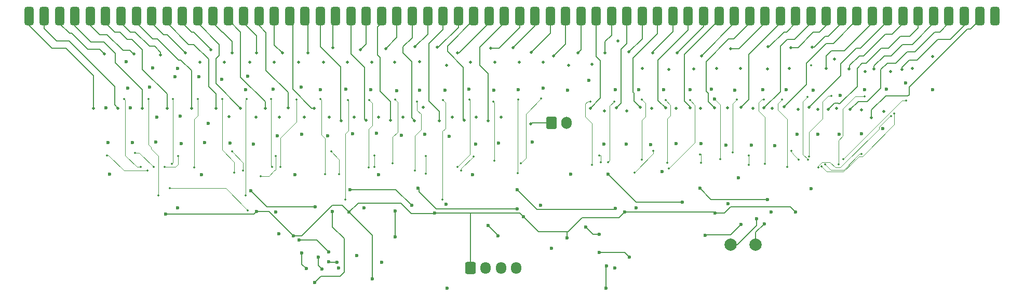
<source format=gbr>
%TF.GenerationSoftware,KiCad,Pcbnew,8.0.2*%
%TF.CreationDate,2024-05-31T12:09:55-04:00*%
%TF.ProjectId,kathodeDriver,6b617468-6f64-4654-9472-697665722e6b,rev?*%
%TF.SameCoordinates,Original*%
%TF.FileFunction,Copper,L3,Inr*%
%TF.FilePolarity,Positive*%
%FSLAX46Y46*%
G04 Gerber Fmt 4.6, Leading zero omitted, Abs format (unit mm)*
G04 Created by KiCad (PCBNEW 8.0.2) date 2024-05-31 12:09:55*
%MOMM*%
%LPD*%
G01*
G04 APERTURE LIST*
G04 Aperture macros list*
%AMRoundRect*
0 Rectangle with rounded corners*
0 $1 Rounding radius*
0 $2 $3 $4 $5 $6 $7 $8 $9 X,Y pos of 4 corners*
0 Add a 4 corners polygon primitive as box body*
4,1,4,$2,$3,$4,$5,$6,$7,$8,$9,$2,$3,0*
0 Add four circle primitives for the rounded corners*
1,1,$1+$1,$2,$3*
1,1,$1+$1,$4,$5*
1,1,$1+$1,$6,$7*
1,1,$1+$1,$8,$9*
0 Add four rect primitives between the rounded corners*
20,1,$1+$1,$2,$3,$4,$5,0*
20,1,$1+$1,$4,$5,$6,$7,0*
20,1,$1+$1,$6,$7,$8,$9,0*
20,1,$1+$1,$8,$9,$2,$3,0*%
G04 Aperture macros list end*
%TA.AperFunction,ComponentPad*%
%ADD10RoundRect,0.250000X-0.600000X-0.750000X0.600000X-0.750000X0.600000X0.750000X-0.600000X0.750000X0*%
%TD*%
%TA.AperFunction,ComponentPad*%
%ADD11O,1.700000X2.000000*%
%TD*%
%TA.AperFunction,ComponentPad*%
%ADD12RoundRect,0.250000X-0.600000X-0.725000X0.600000X-0.725000X0.600000X0.725000X-0.600000X0.725000X0*%
%TD*%
%TA.AperFunction,ComponentPad*%
%ADD13O,1.700000X1.950000*%
%TD*%
%TA.AperFunction,ComponentPad*%
%ADD14C,2.000000*%
%TD*%
%TA.AperFunction,ComponentPad*%
%ADD15RoundRect,0.375000X0.375000X-1.125000X0.375000X1.125000X-0.375000X1.125000X-0.375000X-1.125000X0*%
%TD*%
%TA.AperFunction,ViaPad*%
%ADD16C,0.600000*%
%TD*%
%TA.AperFunction,ViaPad*%
%ADD17C,0.500000*%
%TD*%
%TA.AperFunction,ViaPad*%
%ADD18C,0.350000*%
%TD*%
%TA.AperFunction,Conductor*%
%ADD19C,0.200000*%
%TD*%
%TA.AperFunction,Conductor*%
%ADD20C,0.100000*%
%TD*%
G04 APERTURE END LIST*
D10*
%TO.N,HT*%
%TO.C,J2*%
X163650000Y-70375000D03*
D11*
%TO.N,GND*%
X166150000Y-70375000D03*
%TD*%
D12*
%TO.N,VCC*%
%TO.C,J1*%
X150450000Y-94075000D03*
D13*
%TO.N,/INPUT_CLK*%
X152950000Y-94075000D03*
%TO.N,/RESET_COUNT*%
X155450000Y-94075000D03*
%TO.N,GND*%
X157950000Y-94075000D03*
%TD*%
D14*
%TO.N,Net-(U11-Cout)*%
%TO.C,TP2*%
X197000000Y-90300000D03*
%TD*%
D15*
%TO.N,/OUT_K0*%
%TO.C,U12*%
X78500000Y-53000000D03*
%TO.N,/OUT_K1*%
X81000000Y-53000000D03*
%TO.N,/OUT_K2*%
X83500000Y-53000000D03*
%TO.N,/OUT_K3*%
X86000000Y-53000000D03*
%TO.N,/OUT_K4*%
X88500000Y-53000000D03*
%TO.N,/OUT_K5*%
X91000000Y-53000000D03*
%TO.N,/OUT_K6*%
X93500000Y-53000000D03*
%TO.N,/OUT_K7*%
X96000000Y-53000000D03*
%TO.N,/OUT_K8*%
X98500000Y-53000000D03*
%TO.N,/OUT_K9*%
X101000000Y-53000000D03*
%TO.N,/OUT_K10*%
X103500000Y-53000000D03*
%TO.N,/OUT_K11*%
X106000000Y-53000000D03*
%TO.N,/OUT_K12*%
X108500000Y-53000000D03*
%TO.N,/OUT_K13*%
X111000000Y-53000000D03*
%TO.N,/OUT_K14*%
X113500000Y-53000000D03*
%TO.N,/OUT_K15*%
X116000000Y-53000000D03*
%TO.N,/OUT_K16*%
X118500000Y-53000000D03*
%TO.N,/OUT_K17*%
X121000000Y-53000000D03*
%TO.N,/OUT_K18*%
X123500000Y-53000000D03*
%TO.N,/OUT_K19*%
X126000000Y-53000000D03*
%TO.N,/OUT_K20*%
X128500000Y-53000000D03*
%TO.N,/OUT_K21*%
X131000000Y-53000000D03*
%TO.N,/OUT_K22*%
X133500000Y-53000000D03*
%TO.N,/OUT_K23*%
X136000000Y-53000000D03*
%TO.N,/OUT_K24*%
X138500000Y-53000000D03*
%TO.N,/OUT_K25*%
X141000000Y-53000000D03*
%TO.N,/OUT_K26*%
X143500000Y-53000000D03*
%TO.N,/OUT_K27*%
X146000000Y-53000000D03*
%TO.N,/OUT_K28*%
X148500000Y-53000000D03*
%TO.N,/OUT_K29*%
X151000000Y-53000000D03*
%TO.N,/OUT_K30*%
X153500000Y-53000000D03*
%TO.N,/OUT_K31*%
X156000000Y-53000000D03*
%TO.N,/OUT_K32*%
X158500000Y-53000000D03*
%TO.N,/OUT_K33*%
X161000000Y-53000000D03*
%TO.N,/OUT_K34*%
X163500000Y-53000000D03*
%TO.N,/OUT_K35*%
X166000000Y-53000000D03*
%TO.N,/OUT_K36*%
X168500000Y-53000000D03*
%TO.N,/OUT_K37*%
X171000000Y-53000000D03*
%TO.N,/OUT_K38*%
X173500000Y-53000000D03*
%TO.N,/OUT_K39*%
X176000000Y-53000000D03*
%TO.N,/OUT_K40*%
X178500000Y-53000000D03*
%TO.N,/OUT_K41*%
X181000000Y-53000000D03*
%TO.N,/OUT_K42*%
X183500000Y-53000000D03*
%TO.N,/OUT_K43*%
X186000000Y-53000000D03*
%TO.N,/OUT_K44*%
X188500000Y-53000000D03*
%TO.N,/OUT_K45*%
X191000000Y-53000000D03*
%TO.N,/OUT_K46*%
X193500000Y-53000000D03*
%TO.N,/OUT_K47*%
X196000000Y-53000000D03*
%TO.N,/OUT_K48*%
X198500000Y-53000000D03*
%TO.N,/OUT_K49*%
X201000000Y-53000000D03*
%TO.N,/OUT_K50*%
X203500000Y-53000000D03*
%TO.N,/OUT_K51*%
X206000000Y-53000000D03*
%TO.N,/OUT_K52*%
X208500000Y-53000000D03*
%TO.N,/OUT_K53*%
X211000000Y-53000000D03*
%TO.N,/OUT_K54*%
X213500000Y-53000000D03*
%TO.N,/OUT_K55*%
X216000000Y-53000000D03*
%TO.N,/OUT_K56*%
X218500000Y-53000000D03*
%TO.N,/OUT_K57*%
X221000000Y-53000000D03*
%TO.N,/OUT_K58*%
X223500000Y-53000000D03*
%TO.N,/OUT_K59*%
X226000000Y-53000000D03*
%TO.N,/OUT_K60*%
X228500000Y-53000000D03*
%TO.N,/OUT_K61*%
X231000000Y-53000000D03*
%TO.N,/OUT_K62*%
X233500000Y-53000000D03*
%TO.N,/OUT_K63*%
X236000000Y-53000000D03*
%TD*%
D14*
%TO.N,Net-(U11-Q9)*%
%TO.C,TP1*%
X192900000Y-90300000D03*
%TD*%
D16*
%TO.N,GND*%
X109922757Y-63324901D03*
X114200000Y-62800000D03*
X94600000Y-64700000D03*
X135500000Y-78900000D03*
X131300000Y-72200000D03*
X115100000Y-73900000D03*
X181700000Y-78400000D03*
X91400000Y-73600000D03*
X99200000Y-73500000D03*
X201919127Y-65025000D03*
X181970724Y-65025000D03*
X210800000Y-65888239D03*
X106600000Y-78900000D03*
X218300000Y-64900000D03*
X102700000Y-84300000D03*
X162339736Y-64775000D03*
X189800000Y-64900000D03*
X193582134Y-65056554D03*
X118300000Y-64900000D03*
X221413603Y-63913603D03*
X139200000Y-72400000D03*
X118700000Y-85000000D03*
X163700000Y-90900000D03*
X174145404Y-65025000D03*
X123000000Y-72300000D03*
X111300000Y-73700000D03*
X200100000Y-74100000D03*
X134200000Y-65025000D03*
X166800000Y-78800000D03*
X146700000Y-97400000D03*
X129000000Y-94100000D03*
X160600000Y-73500000D03*
X198191068Y-65025000D03*
X121900000Y-78900000D03*
X206404629Y-65090895D03*
X150200000Y-64900000D03*
X106200000Y-62900000D03*
X103300000Y-73800000D03*
X142200000Y-65100000D03*
X127200000Y-72500000D03*
X95400000Y-73600000D03*
X147000000Y-72600000D03*
X155073583Y-73679958D03*
X169800000Y-63500000D03*
X119000000Y-72500000D03*
X214200000Y-72200000D03*
X119200000Y-88500000D03*
X186293505Y-65030477D03*
X172200000Y-73900000D03*
X188100000Y-73800000D03*
X146500000Y-83700000D03*
X177917120Y-65025000D03*
X166312529Y-65033692D03*
X206000000Y-81200000D03*
X203700000Y-72300000D03*
X158300000Y-65000000D03*
X194200000Y-79400000D03*
X207100000Y-72300000D03*
X199500000Y-85000000D03*
X143000000Y-72300000D03*
X98200000Y-64600000D03*
X177500000Y-84300000D03*
X113813547Y-65025000D03*
X175900000Y-73900000D03*
X130200000Y-64900000D03*
X192100000Y-74025000D03*
X210600000Y-72300000D03*
X225842728Y-65025000D03*
X174000000Y-94100000D03*
X150800000Y-78900000D03*
X126000000Y-65025000D03*
X214729335Y-65000000D03*
X192500000Y-83600000D03*
X146300000Y-65100000D03*
X131900000Y-92100000D03*
X133100000Y-84300000D03*
X138448713Y-65166238D03*
X179826014Y-73951519D03*
X107100000Y-73600000D03*
X135200000Y-72100000D03*
X196254356Y-74041989D03*
X217700000Y-71300000D03*
X91600000Y-78800000D03*
X161900000Y-83900000D03*
X136000000Y-93200006D03*
X102300000Y-62900000D03*
X154309111Y-65081045D03*
X184000000Y-73800000D03*
X151300000Y-73900000D03*
X122900000Y-64600000D03*
%TO.N,VCC*%
X100800000Y-85300000D03*
X115600000Y-84900000D03*
X190400000Y-85100000D03*
X159100000Y-85700000D03*
X134500000Y-95875000D03*
X121600000Y-88900000D03*
X144600000Y-85100000D03*
X203500000Y-85000000D03*
X175600000Y-85000000D03*
X130700000Y-85000000D03*
X166200000Y-89200000D03*
D17*
%TO.N,HT*%
X222549999Y-61505029D03*
X192400000Y-67971458D03*
D16*
X107699999Y-70523473D03*
D17*
X110337567Y-60487644D03*
X131500000Y-69500000D03*
X214871225Y-62041166D03*
D16*
X94375000Y-60376262D03*
D17*
X151425216Y-69497907D03*
X225849189Y-59548729D03*
D16*
X98698699Y-61402091D03*
D17*
X139500000Y-69500000D03*
X182856202Y-61665141D03*
X210152579Y-68049504D03*
X203885251Y-68194528D03*
X202500000Y-61500000D03*
X214200000Y-68300000D03*
X134425216Y-60497907D03*
X172325348Y-68495877D03*
X130425216Y-60497907D03*
X154500000Y-60500000D03*
X158412693Y-60496621D03*
X147500000Y-69500000D03*
X190599859Y-61503997D03*
X199700000Y-68000000D03*
X188000000Y-68000000D03*
X119337567Y-69487644D03*
X122500000Y-60500000D03*
X209866866Y-59988781D03*
D16*
X99375123Y-69492576D03*
D17*
X194499999Y-61557066D03*
X186883247Y-61621501D03*
D18*
X206000000Y-61000000D03*
D17*
X111113563Y-69370943D03*
D16*
X103146954Y-69333521D03*
D17*
X196500000Y-68000000D03*
X115500000Y-69500000D03*
X150462500Y-60496624D03*
D16*
X91070172Y-67976344D03*
D17*
X184000000Y-68000000D03*
X135500000Y-69500000D03*
X142225960Y-60446456D03*
D16*
X102699999Y-61523473D03*
D17*
X160300000Y-70600000D03*
X198883247Y-61621501D03*
X126500000Y-60500000D03*
X219000000Y-62000000D03*
D16*
X95050000Y-67994570D03*
D17*
X176000000Y-68500000D03*
X178500000Y-61500000D03*
X207100000Y-68200000D03*
X123425216Y-69497907D03*
X166500000Y-61000000D03*
X114500000Y-60500000D03*
X170324170Y-60854562D03*
X142806534Y-67899487D03*
X174500000Y-57000000D03*
X127425216Y-69497907D03*
X146562509Y-60979707D03*
X162325000Y-60469494D03*
X217885529Y-68583099D03*
X106383247Y-60536496D03*
X155500000Y-69500000D03*
X180000000Y-68000000D03*
X118500000Y-60500000D03*
X138100216Y-60497907D03*
D16*
%TO.N,Net-(JP1-A)*%
X194600000Y-87000000D03*
X188775000Y-88775000D03*
D18*
%TO.N,/K0*%
X114200000Y-84700000D03*
X97800000Y-78200000D03*
X101500000Y-81100000D03*
X91200000Y-75700000D03*
%TO.N,/K8*%
X105400000Y-77700000D03*
X106000000Y-66500000D03*
%TO.N,/K16*%
X119500000Y-77600000D03*
X122100000Y-66600000D03*
%TO.N,/K24*%
X138200000Y-66600000D03*
X137800000Y-77000000D03*
%TO.N,/K32*%
X154400000Y-76600000D03*
X154200000Y-66900000D03*
%TO.N,/K40*%
X178400000Y-76400000D03*
X178400000Y-66600000D03*
%TO.N,/K48*%
X193900000Y-66600000D03*
X193200000Y-75200000D03*
D17*
%TO.N,/OUT_K0*%
X89000000Y-68000000D03*
%TO.N,/OUT_K8*%
X104008395Y-58986902D03*
%TO.N,/OUT_K16*%
X119792522Y-59000000D03*
%TO.N,/OUT_K24*%
X136652683Y-58320476D03*
%TO.N,/OUT_K32*%
X153820153Y-58175000D03*
%TO.N,/OUT_K40*%
X176328196Y-58834042D03*
%TO.N,/OUT_K48*%
X192899696Y-58305768D03*
%TO.N,/OUT_K56*%
X205700000Y-67833630D03*
D18*
%TO.N,/K1*%
X95800000Y-75300000D03*
X98800000Y-77600000D03*
%TO.N,/K9*%
X113400000Y-78200000D03*
X111600000Y-75100000D03*
%TO.N,/K17*%
X127800000Y-75100000D03*
X129100000Y-78800000D03*
%TO.N,/K25*%
X143200000Y-78700000D03*
X143200000Y-75800000D03*
%TO.N,/K33*%
X158200000Y-78600000D03*
X158300000Y-66600000D03*
%TO.N,/K41*%
X180300000Y-75000000D03*
X177200000Y-78500000D03*
%TO.N,/K49*%
X195900000Y-75700000D03*
X195900000Y-77300000D03*
%TO.N,/K57*%
X210500000Y-77200000D03*
X214753984Y-66125000D03*
D17*
%TO.N,/OUT_K1*%
X93000000Y-68000000D03*
%TO.N,/OUT_K9*%
X109000000Y-68000000D03*
%TO.N,/OUT_K17*%
X125000000Y-68000000D03*
%TO.N,/OUT_K25*%
X141367130Y-70043561D03*
%TO.N,/OUT_K33*%
X157453455Y-58097780D03*
%TO.N,/OUT_K41*%
X178171658Y-67901822D03*
%TO.N,/OUT_K49*%
X194597356Y-67835001D03*
%TO.N,/OUT_K57*%
X212171225Y-61584428D03*
D18*
%TO.N,/K2*%
X94000000Y-66500000D03*
X96700000Y-77600000D03*
%TO.N,/K10*%
X110000000Y-66500000D03*
X112000000Y-78500000D03*
%TO.N,/K18*%
X126800000Y-78800000D03*
X126000000Y-66500000D03*
%TO.N,/K26*%
X141400000Y-78200000D03*
X141800000Y-66900000D03*
%TO.N,/K34*%
X158700004Y-77000000D03*
X162014124Y-66414124D03*
%TO.N,/K42*%
X182300000Y-66700000D03*
X182600000Y-76900000D03*
%TO.N,/K50*%
X198500000Y-77100000D03*
X198300000Y-66600000D03*
D17*
%TO.N,/OUT_K2*%
X90778711Y-59167978D03*
%TO.N,/OUT_K10*%
X108150000Y-58484871D03*
%TO.N,/OUT_K18*%
X124000000Y-59000000D03*
%TO.N,/OUT_K26*%
X141416240Y-57992950D03*
%TO.N,/OUT_K34*%
X160366349Y-58930165D03*
%TO.N,/OUT_K42*%
X180175000Y-59000000D03*
%TO.N,/OUT_K50*%
X199000000Y-58000000D03*
%TO.N,/OUT_K58*%
X208800000Y-68200000D03*
D18*
%TO.N,/K59*%
X219100000Y-69300000D03*
X207200000Y-77700000D03*
D17*
%TO.N,/OUT_K3*%
X97000000Y-68000000D03*
%TO.N,/OUT_K11*%
X113000000Y-68000000D03*
%TO.N,/OUT_K19*%
X129367130Y-70043561D03*
%TO.N,/OUT_K27*%
X145367130Y-70043561D03*
%TO.N,/OUT_K35*%
X164000000Y-59500000D03*
%TO.N,/OUT_K43*%
X182276113Y-67936156D03*
%TO.N,/OUT_K51*%
X198346658Y-67975303D03*
%TO.N,/OUT_K59*%
X216300000Y-61584428D03*
D18*
%TO.N,/K4*%
X99600000Y-82300000D03*
X98000000Y-66500000D03*
%TO.N,/K12*%
X113800000Y-82259544D03*
X114000000Y-66500000D03*
%TO.N,/K20*%
X130100000Y-82900000D03*
X130500000Y-66700000D03*
%TO.N,/K28*%
X146000000Y-66700000D03*
X145900000Y-82900000D03*
%TO.N,/K36*%
X170300000Y-77300000D03*
X170000000Y-66900000D03*
%TO.N,/K44*%
X186300000Y-66700000D03*
X182800000Y-77900000D03*
%TO.N,/K52*%
X201300000Y-66600000D03*
X202100000Y-77600000D03*
D17*
%TO.N,/OUT_K4*%
X95625000Y-59167978D03*
%TO.N,/OUT_K12*%
X111655033Y-58949928D03*
%TO.N,/OUT_K20*%
X128033578Y-58106269D03*
%TO.N,/OUT_K28*%
X145045405Y-58045405D03*
%TO.N,/OUT_K36*%
X168000000Y-59000000D03*
%TO.N,/OUT_K44*%
X184163524Y-58995493D03*
%TO.N,/OUT_K52*%
X202680421Y-58132922D03*
%TO.N,/OUT_K60*%
X212376925Y-68209241D03*
D18*
%TO.N,/K5*%
X102800000Y-75800000D03*
X100600000Y-77600000D03*
%TO.N,/K13*%
X118700000Y-75800000D03*
X116300000Y-79100000D03*
%TO.N,/K21*%
X134800000Y-75700000D03*
X134800000Y-77600000D03*
%TO.N,/K29*%
X149000000Y-78200000D03*
X151000000Y-75900000D03*
%TO.N,/K37*%
X171500000Y-75700000D03*
X171700000Y-76800000D03*
%TO.N,/K45*%
X188100000Y-76900000D03*
X187900000Y-75600000D03*
%TO.N,/K53*%
X205500000Y-76425000D03*
X205400000Y-66200000D03*
%TO.N,/K61*%
X211300000Y-76300000D03*
X221500000Y-66800000D03*
D17*
%TO.N,/OUT_K5*%
X101000000Y-68000000D03*
%TO.N,/OUT_K13*%
X117000000Y-68000000D03*
%TO.N,/OUT_K21*%
X133444585Y-70019648D03*
%TO.N,/OUT_K29*%
X149444585Y-70019648D03*
%TO.N,/OUT_K37*%
X170000000Y-68000000D03*
%TO.N,/OUT_K45*%
X186276113Y-67936156D03*
%TO.N,/OUT_K53*%
X206184252Y-58050000D03*
%TO.N,/OUT_K61*%
X220820325Y-61699665D03*
D18*
%TO.N,/K6*%
X101800000Y-77100000D03*
X102000000Y-66500000D03*
%TO.N,/K14*%
X118100000Y-77600000D03*
X118000000Y-66500000D03*
%TO.N,/K22*%
X133900000Y-77700000D03*
X134000000Y-66700000D03*
%TO.N,/K30*%
X148400000Y-77600000D03*
X150300000Y-66600000D03*
%TO.N,/K38*%
X172900000Y-76800000D03*
X173900000Y-66900000D03*
%TO.N,/K54*%
X203968826Y-76425000D03*
X202825000Y-74937500D03*
%TO.N,/K62*%
X214200000Y-75500000D03*
X208300000Y-77200000D03*
D17*
%TO.N,/OUT_K6*%
X99941561Y-59345842D03*
%TO.N,/OUT_K14*%
X115577326Y-58972850D03*
%TO.N,/OUT_K22*%
X132500000Y-58500000D03*
%TO.N,/OUT_K30*%
X148405185Y-59004005D03*
%TO.N,/OUT_K38*%
X172446658Y-58975303D03*
%TO.N,/OUT_K46*%
X188150267Y-59499488D03*
%TO.N,/OUT_K54*%
X201600000Y-67800000D03*
%TO.N,/OUT_K62*%
X215868750Y-69531250D03*
D18*
%TO.N,/K55*%
X209300000Y-66000000D03*
X205700000Y-75900000D03*
%TO.N,/K63*%
X219600000Y-68900000D03*
X207700000Y-77500000D03*
D17*
%TO.N,/OUT_K7*%
X105000000Y-68000000D03*
%TO.N,/OUT_K15*%
X120731901Y-67926376D03*
%TO.N,/OUT_K23*%
X137444585Y-70019648D03*
%TO.N,/OUT_K31*%
X153367130Y-70043561D03*
%TO.N,/OUT_K39*%
X174276113Y-67936156D03*
%TO.N,/OUT_K55*%
X208500000Y-61500000D03*
D16*
%TO.N,Net-(U11-Q9)*%
X197095000Y-86087500D03*
%TO.N,Net-(U11-Cout)*%
X198400000Y-86900000D03*
%TO.N,Net-(U2-Reset)*%
X127400000Y-93100000D03*
X128700000Y-93200000D03*
%TO.N,Net-(U5-CLK)*%
X123000000Y-91700000D03*
X123700000Y-94200000D03*
%TO.N,/CLK*%
X122519683Y-89550000D03*
X172600000Y-97400000D03*
X127350000Y-91500000D03*
X172640000Y-93800000D03*
%TO.N,Net-(U7-CKEN)*%
X138200000Y-84800000D03*
X138200000Y-89000000D03*
%TO.N,Net-(U5-CKEN)*%
X125700000Y-92300000D03*
X126259620Y-94250000D03*
%TO.N,Net-(U6-CLK)*%
X125100000Y-96500000D03*
X128000000Y-84900000D03*
%TO.N,Net-(U9-CKEN)*%
X171500000Y-88600000D03*
X169300000Y-87400000D03*
%TO.N,Net-(U8-CKEN)*%
X155000000Y-88900000D03*
X153400000Y-87200000D03*
%TO.N,Net-(U11-CLK)*%
X176359620Y-92359620D03*
X171500000Y-91600000D03*
%TO.N,Net-(U5-Q0)*%
X125200000Y-84100000D03*
X114700000Y-81500000D03*
%TO.N,Net-(U6-Q0)*%
X130800000Y-81300000D03*
X140900000Y-83900000D03*
%TO.N,Net-(U7-Q0)*%
X141900000Y-81100000D03*
X158100544Y-84450000D03*
%TO.N,Net-(U8-Q0)*%
X158100000Y-81325000D03*
X174100000Y-84400000D03*
D18*
%TO.N,/K46*%
X191235876Y-76364124D03*
D16*
X190300000Y-66500000D03*
%TO.N,Net-(U10-Reset)*%
X172900000Y-78800000D03*
X185000000Y-83400000D03*
%TO.N,Net-(U10-Q0)*%
X187900000Y-81100000D03*
X198900000Y-82900000D03*
D17*
%TO.N,/OUT_K47*%
X190276113Y-67936156D03*
%TD*%
D19*
%TO.N,VCC*%
X161600000Y-88200000D02*
X159100000Y-85700000D01*
X123000000Y-88900000D02*
X128000000Y-83900000D01*
X130700000Y-85000000D02*
X132200000Y-83500000D01*
X121600000Y-88900000D02*
X123000000Y-88900000D01*
X191919239Y-85100000D02*
X190400000Y-85100000D01*
X117600000Y-84900000D02*
X115600000Y-84900000D01*
X168700000Y-85900000D02*
X174700000Y-85900000D01*
X139132231Y-83500000D02*
X140832231Y-85200000D01*
X121600000Y-88900000D02*
X117600000Y-84900000D01*
X166200000Y-88200000D02*
X161600000Y-88200000D01*
X132200000Y-83500000D02*
X139132231Y-83500000D01*
X166400000Y-88200000D02*
X168700000Y-85900000D01*
X150450000Y-85150000D02*
X150500000Y-85100000D01*
X174700000Y-85900000D02*
X175600000Y-85000000D01*
X100800000Y-85300000D02*
X115200000Y-85300000D01*
X144500000Y-85200000D02*
X144600000Y-85100000D01*
X134500000Y-88800000D02*
X130700000Y-85000000D01*
X166400000Y-88200000D02*
X166200000Y-88200000D01*
X192919239Y-84100000D02*
X191919239Y-85100000D01*
X144600000Y-85100000D02*
X150500000Y-85100000D01*
X150500000Y-85100000D02*
X158500000Y-85100000D01*
X158500000Y-85100000D02*
X159100000Y-85700000D01*
X203500000Y-85000000D02*
X202600000Y-84100000D01*
X166200000Y-89200000D02*
X166200000Y-88200000D01*
X140832231Y-85200000D02*
X144500000Y-85200000D01*
X190300000Y-85000000D02*
X190400000Y-85100000D01*
X128000000Y-83900000D02*
X129600000Y-83900000D01*
X134500000Y-95875000D02*
X134500000Y-88800000D01*
X129600000Y-83900000D02*
X130700000Y-85000000D01*
X175600000Y-85000000D02*
X190300000Y-85000000D01*
X202600000Y-84100000D02*
X192919239Y-84100000D01*
X150450000Y-94075000D02*
X150450000Y-85150000D01*
X115200000Y-85300000D02*
X115600000Y-84900000D01*
%TO.N,HT*%
X160525000Y-70375000D02*
X163650000Y-70375000D01*
X160300000Y-70600000D02*
X160525000Y-70375000D01*
%TO.N,Net-(JP1-A)*%
X192900000Y-88700000D02*
X188850000Y-88700000D01*
X188850000Y-88700000D02*
X188775000Y-88775000D01*
X194600000Y-87000000D02*
X192900000Y-88700000D01*
D20*
%TO.N,/K0*%
X94000000Y-78200000D02*
X91500000Y-75700000D01*
X97800000Y-78200000D02*
X94000000Y-78200000D01*
X101500000Y-81100000D02*
X110600000Y-81100000D01*
X91500000Y-75700000D02*
X91200000Y-75700000D01*
X110600000Y-81100000D02*
X114200000Y-84700000D01*
%TO.N,/K8*%
X106000000Y-69200000D02*
X106000000Y-66500000D01*
X105400000Y-77700000D02*
X105400000Y-69800000D01*
X105400000Y-69800000D02*
X106000000Y-69200000D01*
%TO.N,/K16*%
X119500000Y-72848529D02*
X122100000Y-70248529D01*
X122100000Y-70248529D02*
X122100000Y-66600000D01*
X119500000Y-77600000D02*
X119500000Y-72848529D01*
%TO.N,/K24*%
X138600000Y-67000000D02*
X138200000Y-66600000D01*
X137800000Y-77000000D02*
X137800000Y-72700000D01*
X138600000Y-71900000D02*
X138600000Y-67000000D01*
X137800000Y-72700000D02*
X138600000Y-71900000D01*
%TO.N,/K32*%
X154400000Y-67100000D02*
X154200000Y-66900000D01*
X154400000Y-76600000D02*
X154400000Y-67100000D01*
%TO.N,/K40*%
X178400000Y-76400000D02*
X178400000Y-70000000D01*
X178400000Y-70000000D02*
X179000000Y-69400000D01*
X179000000Y-67200000D02*
X178400000Y-66600000D01*
X179000000Y-69400000D02*
X179000000Y-67200000D01*
%TO.N,/K48*%
X193200000Y-75200000D02*
X193200000Y-67300000D01*
X193200000Y-67300000D02*
X193900000Y-66600000D01*
D19*
%TO.N,/OUT_K0*%
X89000000Y-68000000D02*
X89000000Y-62697056D01*
X82200000Y-58200000D02*
X78500000Y-54500000D01*
X84502944Y-58200000D02*
X82200000Y-58200000D01*
X78500000Y-54500000D02*
X78500000Y-53600000D01*
X89000000Y-62697056D02*
X84502944Y-58200000D01*
%TO.N,/OUT_K8*%
X103986902Y-58986902D02*
X104008395Y-58986902D01*
X99965840Y-55516870D02*
X100448970Y-56000000D01*
X99930904Y-55516870D02*
X99965840Y-55516870D01*
X98500000Y-53600000D02*
X98500000Y-54085966D01*
X101000000Y-56000000D02*
X103986902Y-58986902D01*
X98500000Y-54085966D02*
X99930904Y-55516870D01*
X100448970Y-56000000D02*
X101000000Y-56000000D01*
%TO.N,/OUT_K16*%
X118500000Y-57707478D02*
X119792522Y-59000000D01*
X118500000Y-53600000D02*
X118500000Y-57707478D01*
%TO.N,/OUT_K24*%
X138500000Y-56473159D02*
X138500000Y-53600000D01*
X136652683Y-58320476D02*
X138500000Y-56473159D01*
%TO.N,/OUT_K32*%
X155127944Y-58175000D02*
X158500000Y-54802944D01*
X158500000Y-54802944D02*
X158500000Y-53600000D01*
X153820153Y-58175000D02*
X155127944Y-58175000D01*
%TO.N,/OUT_K40*%
X176328196Y-58834042D02*
X178500000Y-56662238D01*
X178500000Y-56662238D02*
X178500000Y-53600000D01*
%TO.N,/OUT_K48*%
X192899696Y-58305768D02*
X194280198Y-58305768D01*
X198500000Y-54085966D02*
X198500000Y-53600000D01*
X194280198Y-58305768D02*
X198500000Y-54085966D01*
%TO.N,/OUT_K56*%
X218500000Y-53600000D02*
X218500000Y-53802587D01*
X218500000Y-53802587D02*
X214052587Y-58250000D01*
X210821225Y-60787865D02*
X210821225Y-62712405D01*
X210821225Y-62712405D02*
X205700000Y-67833630D01*
X213359090Y-58250000D02*
X210821225Y-60787865D01*
X214052587Y-58250000D02*
X213359090Y-58250000D01*
D20*
%TO.N,/K1*%
X96500000Y-75300000D02*
X95800000Y-75300000D01*
X98800000Y-77600000D02*
X96500000Y-75300000D01*
%TO.N,/K9*%
X113400000Y-78200000D02*
X113400000Y-76900000D01*
X113400000Y-76900000D02*
X111600000Y-75100000D01*
%TO.N,/K17*%
X129100000Y-76400000D02*
X127800000Y-75100000D01*
X129100000Y-78800000D02*
X129100000Y-76400000D01*
%TO.N,/K25*%
X143200000Y-78700000D02*
X143200000Y-75800000D01*
%TO.N,/K33*%
X158200000Y-66700000D02*
X158300000Y-66600000D01*
X158200000Y-78600000D02*
X158200000Y-66700000D01*
%TO.N,/K41*%
X180300000Y-75400000D02*
X180300000Y-75000000D01*
X177200000Y-78500000D02*
X180300000Y-75400000D01*
%TO.N,/K49*%
X195900000Y-77300000D02*
X195900000Y-75700000D01*
X195800000Y-75600000D02*
X195900000Y-75700000D01*
%TO.N,/K57*%
X211200000Y-68133454D02*
X211200000Y-72548529D01*
X211200000Y-72548529D02*
X210500000Y-73248529D01*
X214753984Y-66125000D02*
X213208454Y-66125000D01*
X210500000Y-73248529D02*
X210500000Y-77200000D01*
X213208454Y-66125000D02*
X211200000Y-68133454D01*
D19*
%TO.N,/OUT_K1*%
X83000000Y-57000000D02*
X81000000Y-55000000D01*
X93000000Y-68000000D02*
X92470172Y-67470172D01*
X81000000Y-55000000D02*
X81000000Y-53600000D01*
X92470172Y-64470172D02*
X85000000Y-57000000D01*
X92470172Y-67470172D02*
X92470172Y-64470172D01*
X85000000Y-57000000D02*
X83000000Y-57000000D01*
%TO.N,/OUT_K9*%
X109000000Y-65697056D02*
X107775216Y-64472272D01*
X109000000Y-68000000D02*
X109000000Y-65697056D01*
X104546091Y-57636902D02*
X101000000Y-54090811D01*
X101000000Y-54090811D02*
X101000000Y-53600000D01*
X105392842Y-57636902D02*
X104546091Y-57636902D01*
X107775216Y-64472272D02*
X107775216Y-60019276D01*
X107775216Y-60019276D02*
X105392842Y-57636902D01*
%TO.N,/OUT_K17*%
X124596016Y-68000000D02*
X121517379Y-64921363D01*
X125000000Y-68000000D02*
X124596016Y-68000000D01*
X121517379Y-64921363D02*
X121517379Y-54117379D01*
X121517379Y-54117379D02*
X121000000Y-53600000D01*
%TO.N,/OUT_K25*%
X141000000Y-56500000D02*
X141000000Y-53600000D01*
X139500000Y-58000000D02*
X141000000Y-56500000D01*
X140875960Y-69552391D02*
X140875960Y-60375960D01*
X141367130Y-70043561D02*
X140875960Y-69552391D01*
X139500000Y-59000000D02*
X139500000Y-58000000D01*
X140875960Y-60375960D02*
X139500000Y-59000000D01*
%TO.N,/OUT_K33*%
X157453455Y-58097780D02*
X161000000Y-54551235D01*
X161000000Y-54551235D02*
X161000000Y-53600000D01*
%TO.N,/OUT_K41*%
X177150000Y-65530673D02*
X177017120Y-65397793D01*
X177017120Y-65397793D02*
X177017120Y-59842174D01*
X177017120Y-59842174D02*
X181000000Y-55859294D01*
X181000000Y-55859294D02*
X181000000Y-53600000D01*
X177150000Y-66880164D02*
X177150000Y-65530673D01*
X178171658Y-67901822D02*
X177150000Y-66880164D01*
%TO.N,/OUT_K49*%
X195849999Y-62059190D02*
X195849999Y-66582358D01*
X201000000Y-54085966D02*
X195850000Y-59235966D01*
X195850000Y-62059189D02*
X195849999Y-62059190D01*
X195850000Y-59235966D02*
X195850000Y-62059189D01*
X195849999Y-66582358D02*
X194597356Y-67835001D01*
X201000000Y-53600000D02*
X201000000Y-54085966D01*
%TO.N,/OUT_K57*%
X218099643Y-55900000D02*
X214549643Y-59450000D01*
X221000000Y-54154156D02*
X219254156Y-55900000D01*
X212321225Y-61434428D02*
X212171225Y-61584428D01*
X219254156Y-55900000D02*
X218099643Y-55900000D01*
X214549643Y-59450000D02*
X213856146Y-59450000D01*
X212321225Y-60984921D02*
X212321225Y-61434428D01*
X213856146Y-59450000D02*
X212321225Y-60984921D01*
X221000000Y-53600000D02*
X221000000Y-54154156D01*
D20*
%TO.N,/K2*%
X96700000Y-77600000D02*
X96100000Y-77600000D01*
X94200000Y-66700000D02*
X94000000Y-66500000D01*
X96100000Y-77600000D02*
X94200000Y-75700000D01*
X94200000Y-75700000D02*
X94200000Y-66700000D01*
%TO.N,/K10*%
X112000000Y-76800000D02*
X110000000Y-74800000D01*
X112000000Y-78500000D02*
X112000000Y-76800000D01*
X110000000Y-74800000D02*
X110000000Y-66500000D01*
%TO.N,/K18*%
X126800000Y-72948529D02*
X126200000Y-72348529D01*
X126800000Y-78800000D02*
X126800000Y-72948529D01*
X126200000Y-66700000D02*
X126000000Y-66500000D01*
X126200000Y-72348529D02*
X126200000Y-66700000D01*
%TO.N,/K26*%
X142400000Y-69000000D02*
X141800000Y-68400000D01*
X141400000Y-78200000D02*
X141400000Y-72500000D01*
X142400000Y-71500000D02*
X142400000Y-69000000D01*
X141800000Y-68400000D02*
X141800000Y-66900000D01*
X141400000Y-72500000D02*
X142400000Y-71500000D01*
%TO.N,/K34*%
X162014124Y-66414124D02*
X159500000Y-68928248D01*
X159500000Y-68928248D02*
X159500000Y-76200004D01*
X159500000Y-76200004D02*
X158700004Y-77000000D01*
%TO.N,/K42*%
X183100000Y-69200000D02*
X183100000Y-67500000D01*
X182600000Y-76900000D02*
X182600000Y-69700000D01*
X182600000Y-69700000D02*
X183100000Y-69200000D01*
X183100000Y-67500000D02*
X182300000Y-66700000D01*
%TO.N,/K50*%
X198500000Y-77100000D02*
X198500000Y-69500000D01*
X198500000Y-69500000D02*
X197500000Y-68500000D01*
X197500000Y-68500000D02*
X197500000Y-67100000D01*
X198000000Y-66600000D02*
X198300000Y-66600000D01*
X197500000Y-67100000D02*
X198000000Y-66600000D01*
D19*
%TO.N,/OUT_K2*%
X83500000Y-54197056D02*
X85102944Y-55800000D01*
X85497056Y-55800000D02*
X88097056Y-58400000D01*
X83500000Y-53600000D02*
X83500000Y-54197056D01*
X85102944Y-55800000D02*
X85497056Y-55800000D01*
X90010733Y-58400000D02*
X90778711Y-59167978D01*
X88097056Y-58400000D02*
X90010733Y-58400000D01*
%TO.N,/OUT_K10*%
X103500000Y-53600000D02*
X103500000Y-54085966D01*
X105014034Y-55600000D02*
X105345688Y-55600000D01*
X103500000Y-54085966D02*
X105014034Y-55600000D01*
X108150000Y-58404312D02*
X108150000Y-58484871D01*
X105345688Y-55600000D02*
X108150000Y-58404312D01*
%TO.N,/OUT_K18*%
X124000000Y-59000000D02*
X124000000Y-53600000D01*
X124000000Y-53600000D02*
X123500000Y-53600000D01*
%TO.N,/OUT_K26*%
X143500000Y-55909190D02*
X143500000Y-53600000D01*
X141416240Y-57992950D02*
X143500000Y-55909190D01*
%TO.N,/OUT_K34*%
X163500000Y-55796514D02*
X163500000Y-53600000D01*
X160366349Y-58930165D02*
X163500000Y-55796514D01*
%TO.N,/OUT_K42*%
X183500000Y-55500000D02*
X183500000Y-53600000D01*
X180175000Y-58825000D02*
X183500000Y-55500000D01*
X180175000Y-59000000D02*
X180175000Y-58825000D01*
%TO.N,/OUT_K50*%
X203500000Y-54085966D02*
X203500000Y-53600000D01*
X199207098Y-58000000D02*
X201624176Y-55582922D01*
X202003044Y-55582922D02*
X203500000Y-54085966D01*
X201624176Y-55582922D02*
X202003044Y-55582922D01*
X199000000Y-58000000D02*
X199207098Y-58000000D01*
%TO.N,/OUT_K58*%
X210582949Y-67239835D02*
X210580776Y-67237662D01*
X209743982Y-67256018D02*
X208800000Y-68200000D01*
X215005533Y-60691166D02*
X214312036Y-60691166D01*
X210517681Y-67212524D02*
X210496569Y-67191412D01*
X213521225Y-64439807D02*
X210721197Y-67239835D01*
X210551885Y-67237662D02*
X210526747Y-67212524D01*
X210721197Y-67239835D02*
X210582949Y-67239835D01*
X222099183Y-56300000D02*
X220551212Y-56300000D01*
X214312036Y-60691166D02*
X213521225Y-61481977D01*
X210526747Y-67212524D02*
X210517681Y-67212524D01*
X209792405Y-67191412D02*
X209743982Y-67239835D01*
X210496569Y-67191412D02*
X209792405Y-67191412D01*
X217446699Y-58250000D02*
X215005533Y-60691166D01*
X213521225Y-61481977D02*
X213521225Y-64439807D01*
X223500000Y-53600000D02*
X223500000Y-54899183D01*
X209743982Y-67239835D02*
X209743982Y-67256018D01*
X220551212Y-56300000D02*
X218601212Y-58250000D01*
X223500000Y-54899183D02*
X222099183Y-56300000D01*
X218601212Y-58250000D02*
X217446699Y-58250000D01*
X210580776Y-67237662D02*
X210551885Y-67237662D01*
D20*
%TO.N,/K59*%
X207834314Y-76800000D02*
X209100000Y-76800000D01*
X217100000Y-71400000D02*
X217100000Y-71051471D01*
X207200000Y-77700000D02*
X207200000Y-77434314D01*
X209100000Y-76800000D02*
X210000000Y-77700000D01*
X207200000Y-77434314D02*
X207834314Y-76800000D01*
X210000000Y-77700000D02*
X210800000Y-77700000D01*
X218851471Y-69300000D02*
X219100000Y-69300000D01*
X210800000Y-77700000D02*
X217100000Y-71400000D01*
X217100000Y-71051471D02*
X218851471Y-69300000D01*
D19*
%TO.N,/OUT_K3*%
X97000000Y-68000000D02*
X97000000Y-64981161D01*
X92600000Y-60581161D02*
X92600000Y-59080078D01*
X88594112Y-57200000D02*
X86000000Y-54605888D01*
X90719922Y-57200000D02*
X88594112Y-57200000D01*
X92600000Y-59080078D02*
X90719922Y-57200000D01*
X97000000Y-64981161D02*
X92600000Y-60581161D01*
X86000000Y-54605888D02*
X86000000Y-53600000D01*
%TO.N,/OUT_K11*%
X108987567Y-63987567D02*
X108987567Y-59928455D01*
X106000000Y-54085966D02*
X106000000Y-53600000D01*
X109500000Y-59416022D02*
X109500000Y-57585966D01*
X108987567Y-59928455D02*
X109500000Y-59416022D01*
X109500000Y-57585966D02*
X106000000Y-54085966D01*
X113000000Y-68000000D02*
X108987567Y-63987567D01*
%TO.N,/OUT_K19*%
X129300000Y-61281880D02*
X126000000Y-57981880D01*
X129300000Y-69976431D02*
X129300000Y-61281880D01*
X129367130Y-70043561D02*
X129300000Y-69976431D01*
X126000000Y-57981880D02*
X126000000Y-53600000D01*
%TO.N,/OUT_K27*%
X145367130Y-70043561D02*
X145367130Y-68550894D01*
X143695405Y-57486216D02*
X146000000Y-55181621D01*
X146000000Y-55181621D02*
X146000000Y-53600000D01*
X145367130Y-68550894D02*
X143695405Y-66879169D01*
X143695405Y-66879169D02*
X143695405Y-57486216D01*
%TO.N,/OUT_K35*%
X164000000Y-59500000D02*
X166000000Y-57500000D01*
X166000000Y-57500000D02*
X166000000Y-53600000D01*
%TO.N,/OUT_K43*%
X181070724Y-60179104D02*
X186000000Y-55249828D01*
X186000000Y-55249828D02*
X186000000Y-53600000D01*
X182276113Y-67936156D02*
X181070724Y-66730767D01*
X181070724Y-66730767D02*
X181070724Y-60179104D01*
%TO.N,/OUT_K51*%
X206000000Y-54085966D02*
X206000000Y-53600000D01*
X201019127Y-57885027D02*
X202121232Y-56782922D01*
X198346658Y-67975303D02*
X201019127Y-65302834D01*
X203303044Y-56782922D02*
X206000000Y-54085966D01*
X201019127Y-65302834D02*
X201019127Y-57885027D01*
X202121232Y-56782922D02*
X203303044Y-56782922D01*
%TO.N,/OUT_K59*%
X217943755Y-59450000D02*
X216300000Y-61093755D01*
X226000000Y-54096239D02*
X222496239Y-57600000D01*
X220948268Y-57600000D02*
X219098268Y-59450000D01*
X219098268Y-59450000D02*
X217943755Y-59450000D01*
X226000000Y-53600000D02*
X226000000Y-54096239D01*
X222496239Y-57600000D02*
X220948268Y-57600000D01*
X216300000Y-61093755D02*
X216300000Y-61584428D01*
D20*
%TO.N,/K4*%
X98400000Y-74400000D02*
X98000000Y-74000000D01*
X99600000Y-75800000D02*
X98400000Y-74600000D01*
X98000000Y-74000000D02*
X98000000Y-66500000D01*
X98400000Y-74600000D02*
X98400000Y-74400000D01*
X99600000Y-82300000D02*
X99600000Y-75800000D01*
%TO.N,/K12*%
X113800000Y-66700000D02*
X113800000Y-82259544D01*
X114000000Y-66500000D02*
X113800000Y-66700000D01*
%TO.N,/K20*%
X130100000Y-82900000D02*
X130100000Y-72200000D01*
X130600000Y-66800000D02*
X130500000Y-66700000D01*
X130600000Y-71700000D02*
X130600000Y-66800000D01*
X130100000Y-72200000D02*
X130600000Y-71700000D01*
%TO.N,/K28*%
X146400000Y-67100000D02*
X146000000Y-66700000D01*
X146400000Y-71300000D02*
X146400000Y-67100000D01*
X145900000Y-82900000D02*
X145900000Y-71800000D01*
X145900000Y-71800000D02*
X146400000Y-71300000D01*
%TO.N,/K36*%
X169200000Y-67300000D02*
X169600000Y-66900000D01*
X169200000Y-69400000D02*
X169200000Y-67300000D01*
X170300000Y-70500000D02*
X169200000Y-69400000D01*
X170300000Y-77300000D02*
X170300000Y-70500000D01*
X169600000Y-66900000D02*
X170000000Y-66900000D01*
%TO.N,/K44*%
X187100000Y-73600000D02*
X187100000Y-67500000D01*
X182800000Y-77900000D02*
X187100000Y-73600000D01*
X187100000Y-67500000D02*
X186300000Y-66700000D01*
%TO.N,/K52*%
X202100000Y-69800000D02*
X201000000Y-68700000D01*
X201000000Y-68700000D02*
X200600000Y-68300000D01*
X202100000Y-77600000D02*
X202100000Y-69800000D01*
X200600000Y-67300000D02*
X201300000Y-66600000D01*
X200600000Y-68300000D02*
X200600000Y-67300000D01*
D19*
%TO.N,/OUT_K4*%
X94954899Y-58587729D02*
X95535148Y-59167978D01*
X93804707Y-58587729D02*
X94954899Y-58587729D01*
X90000000Y-56000000D02*
X91216978Y-56000000D01*
X88500000Y-53600000D02*
X88500000Y-54500000D01*
X95535148Y-59167978D02*
X95625000Y-59167978D01*
X91216978Y-56000000D02*
X93804707Y-58587729D01*
X88500000Y-54500000D02*
X90000000Y-56000000D01*
%TO.N,/OUT_K12*%
X110100000Y-55600000D02*
X110014034Y-55600000D01*
X111655033Y-57155033D02*
X110100000Y-55600000D01*
X108500000Y-54085966D02*
X108500000Y-53600000D01*
X111655033Y-58949928D02*
X111655033Y-57155033D01*
X110014034Y-55600000D02*
X108500000Y-54085966D01*
%TO.N,/OUT_K20*%
X128033578Y-58106269D02*
X128033578Y-53600000D01*
X128033578Y-53600000D02*
X128500000Y-53600000D01*
%TO.N,/OUT_K28*%
X148500000Y-53600000D02*
X148500000Y-54802944D01*
X145257539Y-58045405D02*
X145045405Y-58045405D01*
X148500000Y-54802944D02*
X145257539Y-58045405D01*
%TO.N,/OUT_K36*%
X168500000Y-58500000D02*
X168500000Y-53600000D01*
X168000000Y-59000000D02*
X168500000Y-58500000D01*
%TO.N,/OUT_K44*%
X188500000Y-54659017D02*
X188500000Y-53600000D01*
X184163524Y-58995493D02*
X188500000Y-54659017D01*
%TO.N,/OUT_K52*%
X206400000Y-55600000D02*
X207390848Y-55600000D01*
X202680421Y-58132922D02*
X203867078Y-58132922D01*
X207390848Y-55600000D02*
X208500000Y-54490848D01*
X208500000Y-54490848D02*
X208500000Y-53600000D01*
X203867078Y-58132922D02*
X206400000Y-55600000D01*
%TO.N,/OUT_K60*%
X217400000Y-64700000D02*
X215200000Y-66900000D01*
X217400000Y-61690811D02*
X218440811Y-60650000D01*
X217400000Y-64700000D02*
X217400000Y-61690811D01*
X215200000Y-66900000D02*
X213686166Y-66900000D01*
X221648783Y-58800000D02*
X222993295Y-58800000D01*
X213686166Y-66900000D02*
X212376925Y-68209241D01*
X218440811Y-60650000D02*
X219798783Y-60650000D01*
X226193295Y-55600000D02*
X227005888Y-55600000D01*
X227005888Y-55600000D02*
X228500000Y-54105888D01*
X222993295Y-58800000D02*
X226193295Y-55600000D01*
X228500000Y-54105888D02*
X228500000Y-53600000D01*
X219798783Y-60650000D02*
X221648783Y-58800000D01*
D20*
%TO.N,/K5*%
X100600000Y-77600000D02*
X102400000Y-77600000D01*
X102400000Y-77600000D02*
X102800000Y-77200000D01*
X102800000Y-77200000D02*
X102800000Y-75800000D01*
%TO.N,/K13*%
X118400000Y-78300000D02*
X118700000Y-78000000D01*
X118700000Y-78000000D02*
X118700000Y-75800000D01*
X116300000Y-79100000D02*
X117600000Y-79100000D01*
X117600000Y-79100000D02*
X118400000Y-78300000D01*
%TO.N,/K21*%
X134800000Y-77600000D02*
X134800000Y-75700000D01*
%TO.N,/K29*%
X149000000Y-77900000D02*
X151000000Y-75900000D01*
X149000000Y-78200000D02*
X149000000Y-77900000D01*
%TO.N,/K37*%
X171700000Y-75700000D02*
X171500000Y-75700000D01*
X171700000Y-76800000D02*
X171700000Y-75700000D01*
%TO.N,/K45*%
X188100000Y-75500000D02*
X188000000Y-75500000D01*
X188100000Y-76900000D02*
X188100000Y-75500000D01*
X188000000Y-75500000D02*
X187900000Y-75600000D01*
%TO.N,/K53*%
X205500000Y-76425000D02*
X205500000Y-76371752D01*
X204700000Y-66900000D02*
X205400000Y-66200000D01*
X204700000Y-75571752D02*
X204700000Y-66900000D01*
X205500000Y-76371752D02*
X204700000Y-75571752D01*
%TO.N,/K61*%
X220800000Y-66800000D02*
X221500000Y-66800000D01*
X211300000Y-76300000D02*
X220800000Y-66800000D01*
D19*
%TO.N,/OUT_K5*%
X94516978Y-56800000D02*
X93316978Y-55600000D01*
X101000000Y-68000000D02*
X101000000Y-65683291D01*
X93316978Y-55600000D02*
X92514034Y-55600000D01*
X101000000Y-65683291D02*
X96975000Y-61658291D01*
X95319922Y-56800000D02*
X94516978Y-56800000D01*
X96975000Y-61658291D02*
X96975000Y-58455078D01*
X91000000Y-54085966D02*
X91000000Y-53600000D01*
X96975000Y-58455078D02*
X95319922Y-56800000D01*
X92514034Y-55600000D02*
X91000000Y-54085966D01*
%TO.N,/OUT_K13*%
X117000000Y-66938660D02*
X113005033Y-62943693D01*
X113005033Y-62943693D02*
X113005033Y-55605033D01*
X117000000Y-68000000D02*
X117000000Y-66938660D01*
X113005033Y-55605033D02*
X111000000Y-53600000D01*
%TO.N,/OUT_K21*%
X131000000Y-59163502D02*
X131000000Y-53600000D01*
X133225000Y-69800063D02*
X133225000Y-61388502D01*
X133225000Y-61388502D02*
X131000000Y-59163502D01*
X133444585Y-70019648D02*
X133225000Y-69800063D01*
%TO.N,/OUT_K29*%
X146745996Y-57854004D02*
X151000000Y-53600000D01*
X149300000Y-61308009D02*
X146745996Y-58754005D01*
X149300000Y-69875063D02*
X149300000Y-61308009D01*
X146745996Y-58754005D02*
X146745996Y-57854004D01*
X149444585Y-70019648D02*
X149300000Y-69875063D01*
%TO.N,/OUT_K37*%
X171000000Y-59549757D02*
X171000000Y-53600000D01*
X171674170Y-60223927D02*
X171000000Y-59549757D01*
X171674170Y-66325830D02*
X171674170Y-60223927D01*
X170000000Y-68000000D02*
X171674170Y-66325830D01*
%TO.N,/OUT_K45*%
X185393505Y-59206495D02*
X191000000Y-53600000D01*
X186276113Y-67936156D02*
X186276113Y-67772129D01*
X186276113Y-67772129D02*
X185393505Y-66889521D01*
X185393505Y-66889521D02*
X185393505Y-59206495D01*
%TO.N,/OUT_K53*%
X208313565Y-56238781D02*
X208847185Y-56238781D01*
X206184252Y-58050000D02*
X206502346Y-58050000D01*
X208847185Y-56238781D02*
X211000000Y-54085966D01*
X211000000Y-54085966D02*
X211000000Y-53600000D01*
X206502346Y-58050000D02*
X208313565Y-56238781D01*
%TO.N,/OUT_K61*%
X231000000Y-54500000D02*
X231000000Y-53600000D01*
X228700000Y-56800000D02*
X231000000Y-54500000D01*
X226690351Y-56800000D02*
X228700000Y-56800000D01*
X220820325Y-61325514D02*
X221990810Y-60155029D01*
X223335322Y-60155029D02*
X226690351Y-56800000D01*
X221990810Y-60155029D02*
X223335322Y-60155029D01*
X220820325Y-61699665D02*
X220820325Y-61325514D01*
D20*
%TO.N,/K6*%
X101800000Y-77100000D02*
X102000000Y-76900000D01*
X102000000Y-76900000D02*
X102000000Y-66500000D01*
%TO.N,/K14*%
X118000000Y-77500000D02*
X118000000Y-66500000D01*
X118100000Y-77600000D02*
X118000000Y-77500000D01*
%TO.N,/K22*%
X133900000Y-77700000D02*
X133900000Y-71400000D01*
X133900000Y-71400000D02*
X134500000Y-70800000D01*
X134500000Y-67200000D02*
X134000000Y-66700000D01*
X134500000Y-70800000D02*
X134500000Y-67200000D01*
%TO.N,/K30*%
X148400000Y-77600000D02*
X150400000Y-75600000D01*
X150400000Y-75600000D02*
X150400000Y-66700000D01*
X150400000Y-66700000D02*
X150300000Y-66600000D01*
%TO.N,/K38*%
X172900000Y-76800000D02*
X173200000Y-76500000D01*
X173200000Y-67600000D02*
X173900000Y-66900000D01*
X173200000Y-76500000D02*
X173200000Y-67600000D01*
%TO.N,/K54*%
X202800000Y-75156174D02*
X202800000Y-74962500D01*
X203043826Y-75500000D02*
X203043826Y-75400000D01*
X202800000Y-74962500D02*
X202825000Y-74937500D01*
X204000000Y-76393826D02*
X203968826Y-76425000D01*
X203968826Y-76425000D02*
X203043826Y-75500000D01*
X203043826Y-75400000D02*
X202800000Y-75156174D01*
%TO.N,/K62*%
X208300000Y-77200000D02*
X209200000Y-78100000D01*
X209200000Y-78100000D02*
X211317158Y-78100000D01*
X213917158Y-75500000D02*
X214200000Y-75500000D01*
X211317158Y-78100000D02*
X213917158Y-75500000D01*
D19*
%TO.N,/OUT_K6*%
X93500000Y-53600000D02*
X93500000Y-54085966D01*
X95816978Y-55600000D02*
X98133848Y-57916870D01*
X98971728Y-57916870D02*
X99941561Y-58886703D01*
X98133848Y-57916870D02*
X98971728Y-57916870D01*
X95014034Y-55600000D02*
X95816978Y-55600000D01*
X93500000Y-54085966D02*
X95014034Y-55600000D01*
X99941561Y-58886703D02*
X99941561Y-59345842D01*
%TO.N,/OUT_K14*%
X115577326Y-56163292D02*
X113500000Y-54085966D01*
X115577326Y-58972850D02*
X115577326Y-56163292D01*
X113500000Y-54085966D02*
X113500000Y-53600000D01*
%TO.N,/OUT_K22*%
X132500000Y-58500000D02*
X133500000Y-57500000D01*
X133500000Y-57500000D02*
X133500000Y-53600000D01*
%TO.N,/OUT_K30*%
X153500000Y-54085966D02*
X148581961Y-59004005D01*
X148581961Y-59004005D02*
X148405185Y-59004005D01*
X153500000Y-53600000D02*
X153500000Y-54085966D01*
%TO.N,/OUT_K38*%
X173500000Y-56090811D02*
X173500000Y-53600000D01*
X172446658Y-58975303D02*
X172446658Y-57144153D01*
X172446658Y-57144153D02*
X173500000Y-56090811D01*
%TO.N,/OUT_K46*%
X188150267Y-59448952D02*
X193500000Y-54099219D01*
X188150267Y-59499488D02*
X188150267Y-59448952D01*
X193500000Y-54099219D02*
X193500000Y-53600000D01*
%TO.N,/OUT_K54*%
X205225000Y-60678984D02*
X208465203Y-57438781D01*
X208465203Y-57438781D02*
X209661219Y-57438781D01*
X205225000Y-64175000D02*
X205225000Y-60678984D01*
X201600000Y-67800000D02*
X205225000Y-64175000D01*
X209661219Y-57438781D02*
X213500000Y-53600000D01*
%TO.N,/OUT_K62*%
X222027207Y-64572793D02*
X222027207Y-65800000D01*
X215868750Y-68331250D02*
X215868750Y-69531250D01*
X221802207Y-66025000D02*
X218175000Y-66025000D01*
X233500000Y-53600000D02*
X231985966Y-55114034D01*
X222027207Y-65800000D02*
X221802207Y-66025000D01*
X231985966Y-55114034D02*
X231485966Y-55114034D01*
X218175000Y-66025000D02*
X215868750Y-68331250D01*
X231485966Y-55114034D02*
X222027207Y-64572793D01*
D20*
%TO.N,/K55*%
X205700000Y-75900000D02*
X205700000Y-71900000D01*
X205700000Y-71900000D02*
X207900000Y-69700000D01*
X207900000Y-69700000D02*
X207900000Y-66900000D01*
X208800000Y-66000000D02*
X209300000Y-66000000D01*
X207900000Y-66900000D02*
X208800000Y-66000000D01*
%TO.N,/K63*%
X214300000Y-75900000D02*
X214365686Y-75900000D01*
X208600000Y-78400000D02*
X209900000Y-78400000D01*
X213800000Y-75900000D02*
X214300000Y-75900000D01*
X212800000Y-76900000D02*
X213800000Y-75900000D01*
X219600000Y-70665686D02*
X219600000Y-68900000D01*
X211300000Y-78400000D02*
X212800000Y-76900000D01*
X209900000Y-78400000D02*
X211300000Y-78400000D01*
X214365686Y-75900000D02*
X219600000Y-70665686D01*
X207700000Y-77500000D02*
X208600000Y-78400000D01*
D19*
%TO.N,/OUT_K7*%
X103279898Y-60123473D02*
X102875387Y-60123473D01*
X105000000Y-61843575D02*
X103279898Y-60123473D01*
X102875387Y-60123473D02*
X99468784Y-56716870D01*
X98630904Y-56716870D02*
X96000000Y-54085966D01*
X96000000Y-54085966D02*
X96000000Y-53600000D01*
X99468784Y-56716870D02*
X98630904Y-56716870D01*
X105000000Y-68000000D02*
X105000000Y-61843575D01*
%TO.N,/OUT_K15*%
X117150000Y-55650000D02*
X116000000Y-54500000D01*
X120731901Y-67926376D02*
X120731901Y-65428957D01*
X120731901Y-65428957D02*
X117150000Y-61847056D01*
X117150000Y-61847056D02*
X117150000Y-55650000D01*
X116000000Y-54500000D02*
X116000000Y-53600000D01*
%TO.N,/OUT_K23*%
X137444585Y-66940601D02*
X135775216Y-65271232D01*
X136000000Y-54085966D02*
X136000000Y-53600000D01*
X135302683Y-54783283D02*
X136000000Y-54085966D01*
X135775216Y-65271232D02*
X135775216Y-59775216D01*
X137444585Y-70019648D02*
X137444585Y-66940601D01*
X135302683Y-59302683D02*
X135302683Y-54783283D01*
X135775216Y-59775216D02*
X135302683Y-59302683D01*
%TO.N,/OUT_K31*%
X152000000Y-58000000D02*
X152085966Y-58000000D01*
X156000000Y-54085966D02*
X156000000Y-53600000D01*
X152000000Y-61000000D02*
X152000000Y-58000000D01*
X153367130Y-70043561D02*
X153367130Y-62367130D01*
X153367130Y-62367130D02*
X152000000Y-61000000D01*
X152085966Y-58000000D02*
X156000000Y-54085966D01*
%TO.N,/OUT_K39*%
X176000000Y-57412772D02*
X176000000Y-53600000D01*
X175045404Y-67166865D02*
X175045404Y-58367368D01*
X175045404Y-58367368D02*
X176000000Y-57412772D01*
X174276113Y-67936156D02*
X175045404Y-67166865D01*
%TO.N,/OUT_K55*%
X208500000Y-59446458D02*
X209307677Y-58638781D01*
X208500000Y-61500000D02*
X208500000Y-59446458D01*
X209307677Y-58638781D02*
X211447185Y-58638781D01*
X211447185Y-58638781D02*
X216000000Y-54085966D01*
X216000000Y-54085966D02*
X216000000Y-53600000D01*
%TO.N,Net-(U11-Q9)*%
X194000000Y-90300000D02*
X197095000Y-87205000D01*
X192900000Y-90300000D02*
X194000000Y-90300000D01*
X197095000Y-87205000D02*
X197095000Y-86087500D01*
%TO.N,Net-(U11-Cout)*%
X198400000Y-86900000D02*
X197000000Y-88300000D01*
X197000000Y-88300000D02*
X197000000Y-90300000D01*
%TO.N,Net-(U2-Reset)*%
X127500000Y-93200000D02*
X127400000Y-93100000D01*
X128700000Y-93200000D02*
X127500000Y-93200000D01*
%TO.N,Net-(U5-CLK)*%
X123000000Y-93500000D02*
X123700000Y-94200000D01*
X123000000Y-91700000D02*
X123000000Y-93500000D01*
%TO.N,/CLK*%
X127350000Y-91500000D02*
X125400000Y-89550000D01*
X172600000Y-93840000D02*
X172640000Y-93800000D01*
X172600000Y-97400000D02*
X172600000Y-93840000D01*
X125400000Y-89550000D02*
X122519683Y-89550000D01*
%TO.N,Net-(U7-CKEN)*%
X138200000Y-89000000D02*
X138200000Y-84800000D01*
%TO.N,Net-(U5-CKEN)*%
X125700000Y-92300000D02*
X125700000Y-93690380D01*
X125700000Y-93690380D02*
X126259620Y-94250000D01*
%TO.N,Net-(U6-CLK)*%
X126100000Y-95500000D02*
X129200000Y-95500000D01*
X128000000Y-87400000D02*
X128000000Y-84900000D01*
X125100000Y-96500000D02*
X126100000Y-95500000D01*
X129900000Y-94800000D02*
X129900000Y-89300000D01*
X129900000Y-89300000D02*
X128000000Y-87400000D01*
X129200000Y-95500000D02*
X129900000Y-94800000D01*
%TO.N,Net-(U9-CKEN)*%
X170500000Y-88600000D02*
X169300000Y-87400000D01*
X171500000Y-88600000D02*
X170500000Y-88600000D01*
%TO.N,Net-(U8-CKEN)*%
X153400000Y-87200000D02*
X155000000Y-88800000D01*
X155000000Y-88800000D02*
X155000000Y-88900000D01*
%TO.N,Net-(U11-CLK)*%
X175600000Y-91600000D02*
X176359620Y-92359620D01*
X171500000Y-91600000D02*
X175600000Y-91600000D01*
%TO.N,Net-(U5-Q0)*%
X117300000Y-84100000D02*
X125200000Y-84100000D01*
X114700000Y-81500000D02*
X117300000Y-84100000D01*
%TO.N,Net-(U6-Q0)*%
X138300000Y-81300000D02*
X140900000Y-83900000D01*
X130800000Y-81300000D02*
X138300000Y-81300000D01*
%TO.N,Net-(U7-Q0)*%
X141900000Y-81100000D02*
X142100000Y-81300000D01*
X142100000Y-81300000D02*
X142100000Y-81680761D01*
X142100000Y-81680761D02*
X144869239Y-84450000D01*
X144869239Y-84450000D02*
X158100544Y-84450000D01*
%TO.N,Net-(U8-Q0)*%
X158100000Y-81325000D02*
X161325000Y-84550000D01*
X173950000Y-84550000D02*
X174100000Y-84400000D01*
X161325000Y-84550000D02*
X173950000Y-84550000D01*
D20*
%TO.N,/K46*%
X190300000Y-66500000D02*
X191235876Y-67435876D01*
X191235876Y-67435876D02*
X191235876Y-76364124D01*
D19*
%TO.N,Net-(U10-Reset)*%
X177500000Y-83400000D02*
X172900000Y-78800000D01*
X185000000Y-83400000D02*
X177500000Y-83400000D01*
%TO.N,Net-(U10-Q0)*%
X189700000Y-82900000D02*
X187900000Y-81100000D01*
X198900000Y-82900000D02*
X189700000Y-82900000D01*
%TO.N,/OUT_K47*%
X193366418Y-56719548D02*
X196000000Y-54085966D01*
X196000000Y-54085966D02*
X196000000Y-53600000D01*
X189249859Y-66909902D02*
X189249859Y-65622652D01*
X188900000Y-60396275D02*
X192576727Y-56719548D01*
X190276113Y-67936156D02*
X189249859Y-66909902D01*
X188900000Y-65272793D02*
X188900000Y-60396275D01*
X192576727Y-56719548D02*
X193366418Y-56719548D01*
X189249859Y-65622652D02*
X188900000Y-65272793D01*
%TD*%
M02*

</source>
